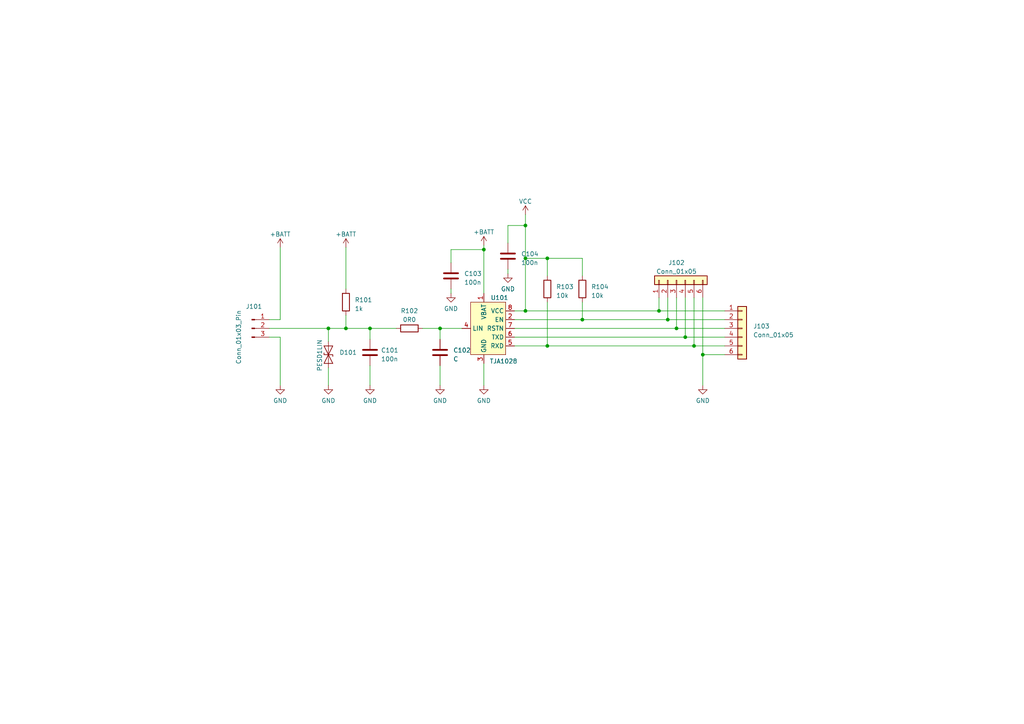
<source format=kicad_sch>
(kicad_sch (version 20230121) (generator eeschema)
  (paper "A4")
  (title_block (title "TJA1028 Breakout Board") (date "2023-11-08") (rev "1"))
  (lib_symbols
    (symbol "Connector:Conn_01x03_Pin" (pin_names (offset 1.016) hide)
      (property "Reference" "J" (at 0 5.08 0))
      (property "Value" "Conn_01x03_Pin" (at 0 -5.08 0))
      (symbol "Conn_01x03_Pin_1_1"
        (polyline (pts (xy 1.27 -2.54) (xy 0.8636 -2.54)) (stroke (width 0.1524)))
        (polyline (pts (xy 1.27 0) (xy 0.8636 0)) (stroke (width 0.1524)))
        (polyline (pts (xy 1.27 2.54) (xy 0.8636 2.54)) (stroke (width 0.1524)))
        (rectangle (start 0.8636 -2.413) (end 0 -2.667) (stroke (width 0.1524)) (fill (type outline)))
        (rectangle (start 0.8636 0.127) (end 0 -0.127) (stroke (width 0.1524)) (fill (type outline)))
        (rectangle (start 0.8636 2.667) (end 0 2.413) (stroke (width 0.1524)) (fill (type outline)))
        (pin passive line (at 5.08 2.54 180) (length 3.81) (name "Pin_1") (number "1"))
        (pin passive line (at 5.08 0 180) (length 3.81) (name "Pin_2") (number "2"))
        (pin passive line (at 5.08 -2.54 180) (length 3.81) (name "Pin_3") (number "3"))
      )
    )
    (symbol "Connector_Generic:Conn_01x06" (pin_names (offset 1.016) hide)
      (property "Reference" "J" (at 0 7.62 0))
      (property "Value" "Conn_01x06" (at 0 -10.16 0))
      (symbol "Conn_01x06_1_1"
        (rectangle (start -1.27 -7.493) (end 0 -7.747) (stroke (width 0.1524)))
        (rectangle (start -1.27 -4.953) (end 0 -5.207) (stroke (width 0.1524)))
        (rectangle (start -1.27 -2.413) (end 0 -2.667) (stroke (width 0.1524)))
        (rectangle (start -1.27 0.127) (end 0 -0.127) (stroke (width 0.1524)))
        (rectangle (start -1.27 2.667) (end 0 2.413) (stroke (width 0.1524)))
        (rectangle (start -1.27 5.207) (end 0 4.953) (stroke (width 0.1524)))
        (rectangle (start -1.27 6.35) (end 1.27 -8.89) (stroke (width 0.254)) (fill (type background)))
        (pin passive line (at -5.08 5.08 0) (length 3.81) (name "Pin_1") (number "1"))
        (pin passive line (at -5.08 2.54 0) (length 3.81) (name "Pin_2") (number "2"))
        (pin passive line (at -5.08 0 0) (length 3.81) (name "Pin_3") (number "3"))
        (pin passive line (at -5.08 -2.54 0) (length 3.81) (name "Pin_4") (number "4"))
        (pin passive line (at -5.08 -5.08 0) (length 3.81) (name "Pin_5") (number "5"))
        (pin passive line (at -5.08 -7.62 0) (length 3.81) (name "Pin_6") (number "6"))
      )
    )
    (symbol "Device:C" (pin_numbers hide) (pin_names (offset 0.254))
      (property "Reference" "C" (at 0.635 2.54 0))
      (property "Value" "C" (at 0.635 -2.54 0))
      (symbol "C_0_1"
        (polyline (pts (xy -2.032 -0.762) (xy 2.032 -0.762)) (stroke (width 0.508)))
        (polyline (pts (xy -2.032 0.762) (xy 2.032 0.762)) (stroke (width 0.508)))
      )
      (symbol "C_1_1"
        (pin passive line (at 0 3.81 270) (length 2.794) (name "~") (number "1"))
        (pin passive line (at 0 -3.81 90) (length 2.794) (name "~") (number "2"))
      )
    )
    (symbol "Device:R" (pin_numbers hide) (pin_names (offset 0))
      (property "Reference" "R" (at 2.032 0 90))
      (property "Value" "R" (at 0 0 90))
      (symbol "R_0_1"
        (rectangle (start -1.016 -2.54) (end 1.016 2.54) (stroke (width 0.254)))
      )
      (symbol "R_1_1"
        (pin passive line (at 0 3.81 270) (length 1.27) (name "~") (number "1"))
        (pin passive line (at 0 -3.81 90) (length 1.27) (name "~") (number "2"))
      )
    )
    (symbol "Diode:ESD131-B1-W0201" (pin_numbers hide) (pin_names (offset 1.016) hide)
      (property "Reference" "D" (at 0 2.54 0))
      (property "Value" "ESD131-B1-W0201" (at 0 -2.54 0))
      (symbol "ESD131-B1-W0201_0_1"
        (polyline (pts (xy 1.27 0) (xy -1.27 0)))
        (polyline (pts (xy -2.54 -1.27) (xy 0 0) (xy -2.54 1.27) (xy -2.54 -1.27)) (stroke (width 0.2032)))
        (polyline (pts (xy 0.508 1.27) (xy 0 1.27) (xy 0 -1.27) (xy -0.508 -1.27)) (stroke (width 0.2032)))
        (polyline (pts (xy 2.54 1.27) (xy 2.54 -1.27) (xy 0 0) (xy 2.54 1.27)) (stroke (width 0.2032)))
      )
      (symbol "ESD131-B1-W0201_1_1"
        (pin passive line (at -3.81 0 0) (length 2.54) (name "A1") (number "1"))
        (pin passive line (at 3.81 0 180) (length 2.54) (name "A2") (number "2"))
      )
    )
    (symbol "power:+BATT" (power) (pin_names (offset 0))
      (property "Value" "+BATT" (at 0 3.556 0))
      (symbol "+BATT_0_1"
        (polyline (pts (xy -0.762 1.27) (xy 0 2.54)))
        (polyline (pts (xy 0 0) (xy 0 2.54)))
        (polyline (pts (xy 0 2.54) (xy 0.762 1.27)))
      )
      (symbol "+BATT_1_1"
        (pin power_in line (at 0 0 90) (length 0) hide (name "+BATT") (number "1"))
      )
    )
    (symbol "power:GND" (power) (pin_names (offset 0))
      (property "Value" "GND" (at 0 -3.81 0))
      (symbol "GND_0_1"
        (polyline (pts (xy 0 0) (xy 0 -1.27) (xy 1.27 -1.27) (xy 0 -2.54) (xy -1.27 -1.27) (xy 0 -1.27)))
      )
      (symbol "GND_1_1"
        (pin power_in line (at 0 0 270) (length 0) hide (name "GND") (number "1"))
      )
    )
    (symbol "power:VCC" (power) (pin_names (offset 0))
      (property "Value" "VCC" (at 0 3.81 0))
      (symbol "VCC_0_1"
        (polyline (pts (xy -0.762 1.27) (xy 0 2.54)))
        (polyline (pts (xy 0 0) (xy 0 2.54)))
        (polyline (pts (xy 0 2.54) (xy 0.762 1.27)))
      )
      (symbol "VCC_1_1"
        (pin power_in line (at 0 0 90) (length 0) hide (name "VCC") (number "1"))
      )
    )
    (symbol "pretzellib:TJA1028"
      (property "Reference" "U" (at 0 0 0))
      (symbol "TJA1028_1_1"
        (rectangle (start -3.81 10.16) (end 6.35 -5.08) (fill (type background)))
        (pin input line (at 0 12.7 270) (length 2.54) (name "VBAT") (number "1"))
        (pin input line (at 8.89 5.08 180) (length 2.54) (name "EN") (number "2"))
        (pin input line (at 0 -7.62 90) (length 2.54) (name "GND") (number "3"))
        (pin input line (at -6.35 2.54 0) (length 2.54) (name "LIN") (number "4"))
        (pin input line (at 8.89 -2.54 180) (length 2.54) (name "RXD") (number "5"))
        (pin input line (at 8.89 0 180) (length 2.54) (name "TXD") (number "6"))
        (pin input line (at 8.89 2.54 180) (length 2.54) (name "RSTN") (number "7"))
        (pin input line (at 8.89 7.62 180) (length 2.54) (name "VCC") (number "8"))
      )
    )
  )
  (junction (at 158.75 100.33))
  (junction (at 107.315 95.25))
  (junction (at 152.4 90.17))
  (junction (at 196.215 95.25))
  (junction (at 140.335 72.39))
  (junction (at 152.4 74.93))
  (junction (at 203.835 102.87))
  (junction (at 95.25 95.25))
  (junction (at 201.295 100.33))
  (junction (at 152.4 65.405))
  (junction (at 127.635 95.25))
  (junction (at 158.75 74.93))
  (junction (at 193.675 92.71))
  (junction (at 168.91 92.71))
  (junction (at 191.135 90.17))
  (junction (at 100.33 95.25))
  (junction (at 198.755 97.79))
  (wire (pts (xy 78.105 92.71) (xy 81.28 92.71)))
  (wire (pts (xy 130.81 76.2) (xy 130.81 72.39)))
  (wire (pts (xy 127.635 95.25) (xy 127.635 98.425)))
  (wire (pts (xy 78.105 97.79) (xy 81.28 97.79)))
  (wire (pts (xy 147.32 78.105) (xy 147.32 79.375)))
  (wire (pts (xy 196.215 95.25) (xy 210.185 95.25)))
  (wire (pts (xy 140.335 105.41) (xy 140.335 111.76)))
  (wire (pts (xy 158.75 87.63) (xy 158.75 100.33)))
  (wire (pts (xy 168.91 74.93) (xy 158.75 74.93)))
  (wire (pts (xy 130.81 72.39) (xy 140.335 72.39)))
  (wire (pts (xy 122.555 95.25) (xy 127.635 95.25)))
  (wire (pts (xy 152.4 74.93) (xy 152.4 90.17)))
  (wire (pts (xy 191.135 86.36) (xy 191.135 90.17)))
  (wire (pts (xy 100.33 71.755) (xy 100.33 83.82)))
  (wire (pts (xy 203.835 102.87) (xy 203.835 111.76)))
  (wire (pts (xy 196.215 86.36) (xy 196.215 95.25)))
  (wire (pts (xy 158.75 80.01) (xy 158.75 74.93)))
  (wire (pts (xy 201.295 86.36) (xy 201.295 100.33)))
  (wire (pts (xy 81.28 97.79) (xy 81.28 111.76)))
  (wire (pts (xy 201.295 100.33) (xy 210.185 100.33)))
  (wire (pts (xy 152.4 90.17) (xy 191.135 90.17)))
  (wire (pts (xy 107.315 95.25) (xy 114.935 95.25)))
  (wire (pts (xy 149.225 92.71) (xy 168.91 92.71)))
  (wire (pts (xy 149.225 95.25) (xy 196.215 95.25)))
  (wire (pts (xy 149.225 100.33) (xy 158.75 100.33)))
  (wire (pts (xy 168.91 80.01) (xy 168.91 74.93)))
  (wire (pts (xy 158.75 100.33) (xy 201.295 100.33)))
  (wire (pts (xy 191.135 90.17) (xy 210.185 90.17)))
  (wire (pts (xy 100.33 91.44) (xy 100.33 95.25)))
  (wire (pts (xy 168.91 92.71) (xy 193.675 92.71)))
  (wire (pts (xy 193.675 92.71) (xy 210.185 92.71)))
  (wire (pts (xy 147.32 70.485) (xy 147.32 65.405)))
  (wire (pts (xy 149.225 90.17) (xy 152.4 90.17)))
  (wire (pts (xy 127.635 95.25) (xy 133.985 95.25)))
  (wire (pts (xy 147.32 65.405) (xy 152.4 65.405)))
  (wire (pts (xy 140.335 72.39) (xy 140.335 85.09)))
  (wire (pts (xy 100.33 95.25) (xy 107.315 95.25)))
  (wire (pts (xy 107.315 106.045) (xy 107.315 111.76)))
  (wire (pts (xy 152.4 65.405) (xy 152.4 74.93)))
  (wire (pts (xy 81.28 92.71) (xy 81.28 71.755)))
  (wire (pts (xy 203.835 102.87) (xy 210.185 102.87)))
  (wire (pts (xy 127.635 106.045) (xy 127.635 111.76)))
  (wire (pts (xy 203.835 86.36) (xy 203.835 102.87)))
  (wire (pts (xy 140.335 71.12) (xy 140.335 72.39)))
  (wire (pts (xy 198.755 97.79) (xy 210.185 97.79)))
  (wire (pts (xy 95.25 95.25) (xy 95.25 99.06)))
  (wire (pts (xy 107.315 95.25) (xy 107.315 98.425)))
  (wire (pts (xy 149.225 97.79) (xy 198.755 97.79)))
  (wire (pts (xy 168.91 87.63) (xy 168.91 92.71)))
  (wire (pts (xy 193.675 86.36) (xy 193.675 92.71)))
  (wire (pts (xy 152.4 62.23) (xy 152.4 65.405)))
  (wire (pts (xy 130.81 83.82) (xy 130.81 85.09)))
  (wire (pts (xy 78.105 95.25) (xy 95.25 95.25)))
  (wire (pts (xy 158.75 74.93) (xy 152.4 74.93)))
  (wire (pts (xy 95.25 106.68) (xy 95.25 111.76)))
  (wire (pts (xy 198.755 86.36) (xy 198.755 97.79)))
  (wire (pts (xy 95.25 95.25) (xy 100.33 95.25)))
  (symbol (lib_id "power:GND") (at 140.335 111.76 0) (unit 1)
    (property "Reference" "#PWR0109" (effects hide))
    (property "Value" "GND" (at 140.335 116.205 0))
  )
  (symbol (lib_id "Device:R") (at 158.75 83.82 0) (unit 1)
    (property "Reference" "R103" (at 161.29 83.185 0) (effects (justify left)))
    (property "Value" "10k" (at 161.29 85.725 0) (effects (justify left)))
    (property "Footprint" "Resistor_SMD:R_0603_1608Metric" (effects hide))
  )
  (symbol (lib_id "Connector:Conn_01x03_Pin") (at 73.025 95.25 0) (unit 1)
    (property "Reference" "J101" (at 73.66 88.9 0))
    (property "Value" "Conn_01x03_Pin" (at 69.215 97.79 90))
    (property "Footprint" "TerminalBlock:TerminalBlock_bornier-3_P5.08mm" (effects hide))
  )
  (symbol (lib_id "Device:C") (at 130.81 80.01 0) (unit 1)
    (property "Reference" "C103" (at 134.62 79.375 0) (effects (justify left)))
    (property "Value" "100n" (at 134.62 81.915 0) (effects (justify left)))
    (property "Footprint" "Capacitor_SMD:C_0603_1608Metric" (effects hide))
  )
  (symbol (lib_id "Device:C") (at 107.315 102.235 0) (unit 1)
    (property "Reference" "C101" (at 110.49 101.6 0) (effects (justify left)))
    (property "Value" "100n" (at 110.49 104.14 0) (effects (justify left)))
    (property "Footprint" "Capacitor_SMD:C_0603_1608Metric" (effects hide))
  )
  (symbol (lib_id "Device:R") (at 168.91 83.82 0) (unit 1)
    (property "Reference" "R104" (at 171.45 83.185 0) (effects (justify left)))
    (property "Value" "10k" (at 171.45 85.725 0) (effects (justify left)))
    (property "Footprint" "Resistor_SMD:R_0603_1608Metric" (effects hide))
  )
  (symbol (lib_id "power:GND") (at 130.81 85.09 0) (unit 1)
    (property "Reference" "#PWR0107" (effects hide))
    (property "Value" "GND" (at 130.81 89.535 0))
  )
  (symbol (lib_id "power:GND") (at 147.32 79.375 0) (unit 1)
    (property "Reference" "#PWR0110" (effects hide))
    (property "Value" "GND" (at 147.32 83.82 0))
  )
  (symbol (lib_id "Device:C") (at 127.635 102.235 0) (unit 1)
    (property "Reference" "C102" (at 131.445 101.6 0) (effects (justify left)))
    (property "Value" "C" (at 131.445 104.14 0) (effects (justify left)))
    (property "Footprint" "Capacitor_SMD:C_0603_1608Metric" (effects hide))
  )
  (symbol (lib_id "power:GND") (at 81.28 111.76 0) (unit 1)
    (property "Reference" "#PWR0102" (effects hide))
    (property "Value" "GND" (at 81.28 116.205 0))
  )
  (symbol (lib_id "Device:R") (at 100.33 87.63 0) (unit 1)
    (property "Reference" "R101" (at 102.87 86.995 0) (effects (justify left)))
    (property "Value" "1k" (at 102.87 89.535 0) (effects (justify left)))
    (property "Footprint" "Resistor_SMD:R_0603_1608Metric" (effects hide))
  )
  (symbol (lib_id "power:+BATT") (at 81.28 71.755 0) (unit 1)
    (property "Reference" "#PWR0101" (effects hide))
    (property "Value" "+BATT" (at 81.28 67.945 0))
  )
  (symbol (lib_id "power:GND") (at 107.315 111.76 0) (unit 1)
    (property "Reference" "#PWR0105" (effects hide))
    (property "Value" "GND" (at 107.315 116.205 0))
  )
  (symbol (lib_id "power:+BATT") (at 140.335 71.12 0) (unit 1)
    (property "Reference" "#PWR0108" (effects hide))
    (property "Value" "+BATT" (at 140.335 67.31 0))
  )
  (symbol (lib_id "pretzellib:TJA1028") (at 140.335 97.79 0) (unit 1)
    (property "Reference" "U101" (at 142.2909 86.36 0) (effects (justify left)))
    (property "Value" "TJA1028" (at 146.05 104.775 0))
    (property "Footprint" "Package_SO:SO-8_3.9x4.9mm_P1.27mm" (effects hide))
  )
  (symbol (lib_id "Connector_Generic:Conn_01x06") (at 196.215 81.28 90) (unit 1)
    (property "Reference" "J102" (at 196.215 76.2 90))
    (property "Value" "Conn_01x05" (at 196.215 78.74 90))
    (property "Footprint" "Connector_PinHeader_2.54mm:PinHeader_1x06_P2.54mm_Vertical" (effects hide))
  )
  (symbol (lib_id "power:GND") (at 203.835 111.76 0) (unit 1)
    (property "Reference" "#PWR0112" (effects hide))
    (property "Value" "GND" (at 203.835 116.205 0))
  )
  (symbol (lib_id "power:GND") (at 95.25 111.76 0) (unit 1)
    (property "Reference" "#PWR0103" (effects hide))
    (property "Value" "GND" (at 95.25 116.205 0))
  )
  (symbol (lib_id "Diode:ESD131-B1-W0201") (at 95.25 102.87 90) (unit 1)
    (property "Reference" "D101" (at 98.425 102.235 90) (effects (justify right)))
    (property "Value" "PESD1LIN" (at 92.71 98.425 0) (effects (justify right)))
    (property "Footprint" "Diode_SMD:D_SMA-SMB_Universal_Handsoldering" (effects hide))
    (property "Datasheet" "https://www.infineon.com/dgdl/Infineon-ESD131-B1-W0201-DataSheet-v02_00-EN.pdf?fileId=5546d4625cc9456a015ce94850964889" (effects hide))
  )
  (symbol (lib_id "power:+BATT") (at 100.33 71.755 0) (unit 1)
    (property "Reference" "#PWR0104" (effects hide))
    (property "Value" "+BATT" (at 100.33 67.945 0))
  )
  (symbol (lib_id "Device:R") (at 118.745 95.25 90) (unit 1)
    (property "Reference" "R102" (at 118.745 90.17 90))
    (property "Value" "0R0" (at 118.745 92.71 90))
    (property "Footprint" "Resistor_SMD:R_0603_1608Metric" (effects hide))
  )
  (symbol (lib_id "Device:C") (at 147.32 74.295 0) (unit 1)
    (property "Reference" "C104" (at 151.13 73.66 0) (effects (justify left)))
    (property "Value" "100n" (at 151.13 76.2 0) (effects (justify left)))
    (property "Footprint" "Capacitor_SMD:C_0603_1608Metric" (effects hide))
  )
  (symbol (lib_id "power:VCC") (at 152.4 62.23 0) (unit 1)
    (property "Reference" "#PWR0111" (effects hide))
    (property "Value" "VCC" (at 152.4 58.42 0))
  )
  (symbol (lib_id "power:GND") (at 127.635 111.76 0) (unit 1)
    (property "Reference" "#PWR0106" (effects hide))
    (property "Value" "GND" (at 127.635 116.205 0))
  )
  (symbol (lib_id "Connector_Generic:Conn_01x06") (at 215.265 95.25 0) (unit 1)
    (property "Reference" "J103" (at 218.44 94.615 0) (effects (justify left)))
    (property "Value" "Conn_01x05" (at 218.44 97.155 0) (effects (justify left)))
    (property "Footprint" "Connector_PinHeader_2.54mm:PinHeader_1x06_P2.54mm_Vertical" (effects hide))
  )
)
</source>
